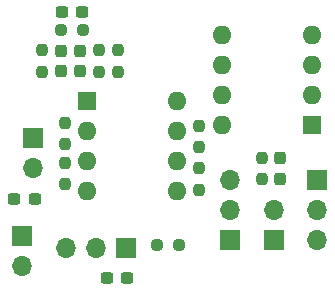
<source format=gbr>
%TF.GenerationSoftware,KiCad,Pcbnew,8.0.6*%
%TF.CreationDate,2024-12-29T21:13:32-06:00*%
%TF.ProjectId,Wienbridge,5769656e-6272-4696-9467-652e6b696361,rev?*%
%TF.SameCoordinates,Original*%
%TF.FileFunction,Soldermask,Top*%
%TF.FilePolarity,Negative*%
%FSLAX46Y46*%
G04 Gerber Fmt 4.6, Leading zero omitted, Abs format (unit mm)*
G04 Created by KiCad (PCBNEW 8.0.6) date 2024-12-29 21:13:32*
%MOMM*%
%LPD*%
G01*
G04 APERTURE LIST*
G04 Aperture macros list*
%AMRoundRect*
0 Rectangle with rounded corners*
0 $1 Rounding radius*
0 $2 $3 $4 $5 $6 $7 $8 $9 X,Y pos of 4 corners*
0 Add a 4 corners polygon primitive as box body*
4,1,4,$2,$3,$4,$5,$6,$7,$8,$9,$2,$3,0*
0 Add four circle primitives for the rounded corners*
1,1,$1+$1,$2,$3*
1,1,$1+$1,$4,$5*
1,1,$1+$1,$6,$7*
1,1,$1+$1,$8,$9*
0 Add four rect primitives between the rounded corners*
20,1,$1+$1,$2,$3,$4,$5,0*
20,1,$1+$1,$4,$5,$6,$7,0*
20,1,$1+$1,$6,$7,$8,$9,0*
20,1,$1+$1,$8,$9,$2,$3,0*%
G04 Aperture macros list end*
%ADD10RoundRect,0.237500X0.237500X-0.287500X0.237500X0.287500X-0.237500X0.287500X-0.237500X-0.287500X0*%
%ADD11RoundRect,0.237500X-0.237500X0.287500X-0.237500X-0.287500X0.237500X-0.287500X0.237500X0.287500X0*%
%ADD12RoundRect,0.237500X-0.237500X0.250000X-0.237500X-0.250000X0.237500X-0.250000X0.237500X0.250000X0*%
%ADD13R,1.700000X1.700000*%
%ADD14O,1.700000X1.700000*%
%ADD15RoundRect,0.237500X-0.300000X-0.237500X0.300000X-0.237500X0.300000X0.237500X-0.300000X0.237500X0*%
%ADD16RoundRect,0.237500X0.237500X-0.250000X0.237500X0.250000X-0.237500X0.250000X-0.237500X-0.250000X0*%
%ADD17R,1.600000X1.600000*%
%ADD18O,1.600000X1.600000*%
%ADD19RoundRect,0.237500X0.300000X0.237500X-0.300000X0.237500X-0.300000X-0.237500X0.300000X-0.237500X0*%
%ADD20RoundRect,0.237500X-0.250000X-0.237500X0.250000X-0.237500X0.250000X0.237500X-0.250000X0.237500X0*%
%ADD21RoundRect,0.237500X-0.237500X0.300000X-0.237500X-0.300000X0.237500X-0.300000X0.237500X0.300000X0*%
G04 APERTURE END LIST*
D10*
%TO.C,D1*%
X115300000Y-112075000D03*
X115300000Y-110325000D03*
%TD*%
D11*
%TO.C,D2*%
X113700000Y-110325000D03*
X113700000Y-112075000D03*
%TD*%
D12*
%TO.C,R5*%
X114000000Y-116412500D03*
X114000000Y-118237500D03*
%TD*%
D13*
%TO.C,RV2*%
X128000000Y-126370000D03*
D14*
X128000000Y-123830000D03*
X128000000Y-121290000D03*
%TD*%
D15*
%TO.C,C1*%
X113737500Y-107060000D03*
X115462500Y-107060000D03*
%TD*%
D16*
%TO.C,R7*%
X125400000Y-122112500D03*
X125400000Y-120287500D03*
%TD*%
%TO.C,R1*%
X118500000Y-112112500D03*
X118500000Y-110287500D03*
%TD*%
D13*
%TO.C,RV3*%
X135400000Y-121300000D03*
D14*
X135400000Y-123840000D03*
X135400000Y-126380000D03*
%TD*%
D17*
%TO.C,U4*%
X115900000Y-114600000D03*
D18*
X115900000Y-117140000D03*
X115900000Y-119680000D03*
X115900000Y-122220000D03*
X123520000Y-122220000D03*
X123520000Y-119680000D03*
X123520000Y-117140000D03*
X123520000Y-114600000D03*
%TD*%
D19*
%TO.C,C2*%
X119292500Y-129600000D03*
X117567500Y-129600000D03*
%TD*%
D13*
%TO.C,BT1*%
X111300000Y-117725000D03*
D14*
X111300000Y-120265000D03*
%TD*%
D20*
%TO.C,R4*%
X113687500Y-108600000D03*
X115512500Y-108600000D03*
%TD*%
D12*
%TO.C,R3*%
X112100000Y-110287500D03*
X112100000Y-112112500D03*
%TD*%
D17*
%TO.C,U5*%
X134900000Y-116600000D03*
D18*
X134900000Y-114060000D03*
X134900000Y-111520000D03*
X134900000Y-108980000D03*
X127280000Y-108980000D03*
X127280000Y-111520000D03*
X127280000Y-114060000D03*
X127280000Y-116600000D03*
%TD*%
D13*
%TO.C,J2*%
X110400000Y-126025000D03*
D14*
X110400000Y-128565000D03*
%TD*%
D12*
%TO.C,R10*%
X130700000Y-119387500D03*
X130700000Y-121212500D03*
%TD*%
%TO.C,R6*%
X114000000Y-119812500D03*
X114000000Y-121637500D03*
%TD*%
D21*
%TO.C,C3*%
X132200000Y-119437500D03*
X132200000Y-121162500D03*
%TD*%
D15*
%TO.C,C4*%
X109737500Y-122900000D03*
X111462500Y-122900000D03*
%TD*%
D13*
%TO.C,DualPot1*%
X119200000Y-127000000D03*
D14*
X116660000Y-127000000D03*
X114120000Y-127000000D03*
%TD*%
D20*
%TO.C,R8*%
X121817500Y-126800000D03*
X123642500Y-126800000D03*
%TD*%
D16*
%TO.C,R2*%
X116900000Y-112112500D03*
X116900000Y-110287500D03*
%TD*%
%TO.C,R9*%
X125400000Y-118512500D03*
X125400000Y-116687500D03*
%TD*%
D13*
%TO.C,J1*%
X131700000Y-126375000D03*
D14*
X131700000Y-123835000D03*
%TD*%
M02*

</source>
